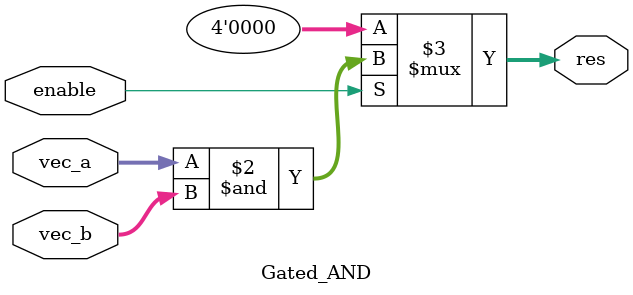
<source format=sv>
module Gated_AND(
    input enable,
    input [3:0] vec_a, vec_b,
    output reg [3:0] res
);
    always @(*) begin
        res = enable ? (vec_a & vec_b) : 4'b0000;
    end
endmodule

</source>
